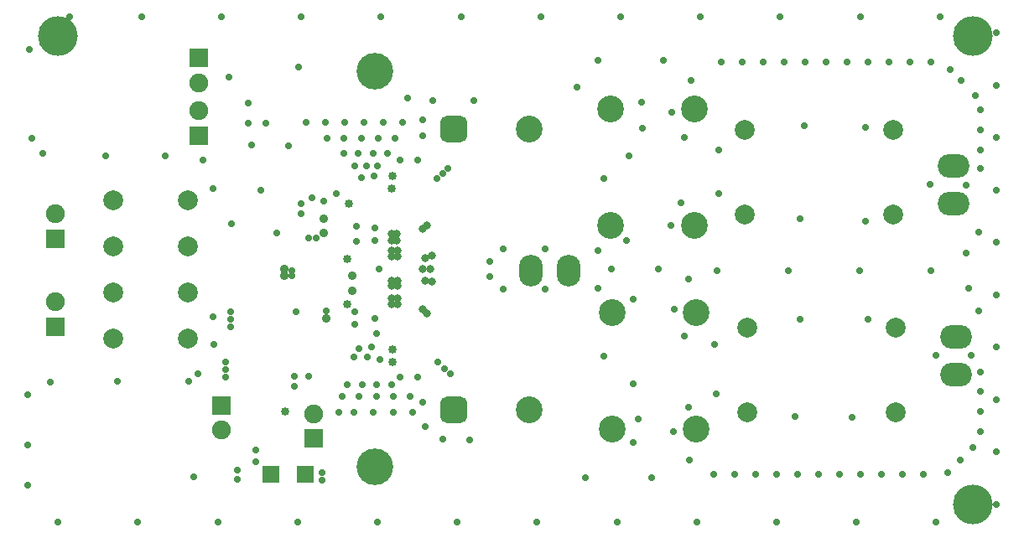
<source format=gbs>
G04*
G04 #@! TF.GenerationSoftware,Altium Limited,Altium Designer,19.1.8 (144)*
G04*
G04 Layer_Color=16711935*
%FSLAX25Y25*%
%MOIN*%
G70*
G01*
G75*
%ADD42C,0.15761*%
%ADD43O,0.12611X0.09461*%
%ADD44C,0.07493*%
%ADD45R,0.07493X0.07493*%
%ADD46C,0.14580*%
%ADD47C,0.03162*%
%ADD48C,0.07887*%
%ADD49O,0.09461X0.12611*%
%ADD50C,0.10642*%
G04:AMPARAMS|DCode=51|XSize=106.42mil|YSize=106.42mil|CornerRadius=28.61mil|HoleSize=0mil|Usage=FLASHONLY|Rotation=270.000|XOffset=0mil|YOffset=0mil|HoleType=Round|Shape=RoundedRectangle|*
%AMROUNDEDRECTD51*
21,1,0.10642,0.04921,0,0,270.0*
21,1,0.04921,0.10642,0,0,270.0*
1,1,0.05721,-0.02461,-0.02461*
1,1,0.05721,-0.02461,0.02461*
1,1,0.05721,0.02461,0.02461*
1,1,0.05721,0.02461,-0.02461*
%
%ADD51ROUNDEDRECTD51*%
%ADD52C,0.02769*%
%ADD53C,0.03556*%
%ADD54C,0.03359*%
%ADD71R,0.06800X0.07099*%
D42*
X380500Y-93500D02*
D03*
Y92520D02*
D03*
X17000D02*
D03*
D43*
X373000Y26000D02*
D03*
Y41000D02*
D03*
X374045Y-42000D02*
D03*
Y-27000D02*
D03*
D44*
X16000Y22000D02*
D03*
Y-13000D02*
D03*
X73000Y74000D02*
D03*
X118500Y-57579D02*
D03*
X82000Y-64000D02*
D03*
X73000Y63000D02*
D03*
D45*
X16000Y12000D02*
D03*
Y-23000D02*
D03*
X73000Y84000D02*
D03*
X118500Y-67421D02*
D03*
X82000Y-54158D02*
D03*
X73000Y53000D02*
D03*
D46*
X143039Y78740D02*
D03*
Y-78740D02*
D03*
D47*
X165000Y0D02*
D03*
X162000D02*
D03*
X165500Y5500D02*
D03*
X163000Y4500D02*
D03*
X152000Y5000D02*
D03*
X149500D02*
D03*
X152000Y7500D02*
D03*
X149500D02*
D03*
X162000Y16000D02*
D03*
X163500Y17500D02*
D03*
X151500Y14000D02*
D03*
X149500D02*
D03*
X151500Y11500D02*
D03*
X149500D02*
D03*
X165500Y-5000D02*
D03*
X163000Y-4500D02*
D03*
X152000Y-6500D02*
D03*
X149500D02*
D03*
X152000Y-4500D02*
D03*
X149500D02*
D03*
X163500Y-17500D02*
D03*
X162000Y-16000D02*
D03*
X152000Y-14000D02*
D03*
X149500D02*
D03*
X152000Y-11500D02*
D03*
X149500D02*
D03*
D48*
X39000Y-27500D02*
D03*
X68528D02*
D03*
X39000Y-9167D02*
D03*
X68528D02*
D03*
X39000Y9167D02*
D03*
X68528D02*
D03*
X39000Y27500D02*
D03*
X68528D02*
D03*
X350027Y-57000D02*
D03*
X290972D02*
D03*
X350027Y-23333D02*
D03*
X290972D02*
D03*
X349027Y21833D02*
D03*
X289972D02*
D03*
X349027Y55500D02*
D03*
X289972D02*
D03*
D49*
X205000Y-500D02*
D03*
X220000D02*
D03*
D50*
X236535Y63728D02*
D03*
X270000D02*
D03*
X236535Y17272D02*
D03*
X270000D02*
D03*
X237268Y-17272D02*
D03*
X270732D02*
D03*
X237268Y-63728D02*
D03*
X270732D02*
D03*
X204111Y55811D02*
D03*
Y-56111D02*
D03*
D51*
X174189Y55811D02*
D03*
Y-56111D02*
D03*
D52*
X88400Y-83500D02*
D03*
Y-80000D02*
D03*
X121900Y-84000D02*
D03*
Y-81000D02*
D03*
X112500Y80500D02*
D03*
X231500Y83000D02*
D03*
X253000Y-83000D02*
D03*
X226500D02*
D03*
X83500Y-37000D02*
D03*
Y-43000D02*
D03*
X128500Y-57000D02*
D03*
X162000Y-53000D02*
D03*
X157800Y-57000D02*
D03*
X136750Y-50500D02*
D03*
X157000D02*
D03*
X150250D02*
D03*
X142400Y-57000D02*
D03*
X143500Y-50500D02*
D03*
X150100Y-57000D02*
D03*
X134700D02*
D03*
X130000Y-50500D02*
D03*
X71000Y-82500D02*
D03*
X132000Y-46000D02*
D03*
X141500Y-31000D02*
D03*
X145000Y-36000D02*
D03*
X136500Y-31500D02*
D03*
X143667Y-46000D02*
D03*
X140000Y-35000D02*
D03*
X149500Y-46000D02*
D03*
X137833D02*
D03*
X134500Y-35000D02*
D03*
X151000Y52000D02*
D03*
X146300Y58500D02*
D03*
X130900D02*
D03*
X144000Y41000D02*
D03*
X137500Y52000D02*
D03*
X138600Y58500D02*
D03*
X130750Y52000D02*
D03*
X124000D02*
D03*
X144250D02*
D03*
X154000Y58500D02*
D03*
X123200D02*
D03*
X142167Y46000D02*
D03*
X130500D02*
D03*
X156000Y68000D02*
D03*
X148000Y46000D02*
D03*
X139500Y41000D02*
D03*
X136333Y46000D02*
D03*
X142500Y37000D02*
D03*
X115500Y58500D02*
D03*
X135000Y41000D02*
D03*
X137500Y36500D02*
D03*
X92500Y66000D02*
D03*
X85000Y76500D02*
D03*
X92500Y58000D02*
D03*
X94000Y49500D02*
D03*
X108500Y49000D02*
D03*
X113500Y22000D02*
D03*
Y26000D02*
D03*
X118000Y28500D02*
D03*
X122500Y27000D02*
D03*
X127500Y30000D02*
D03*
X99500Y58000D02*
D03*
X110000Y-500D02*
D03*
X338000Y56500D02*
D03*
Y19000D02*
D03*
X339000Y-20000D02*
D03*
X332500Y-59000D02*
D03*
X279500Y30000D02*
D03*
Y47500D02*
D03*
X278500Y-49500D02*
D03*
X278000Y-30000D02*
D03*
X21500Y100500D02*
D03*
X69000Y-44500D02*
D03*
X40500D02*
D03*
X14000Y-45000D02*
D03*
X5000Y-70000D02*
D03*
X180500Y-68000D02*
D03*
X170000Y-67500D02*
D03*
X163000Y-62500D02*
D03*
X249364Y56000D02*
D03*
X248864Y66500D02*
D03*
X223364Y72500D02*
D03*
X182364Y67000D02*
D03*
X161864Y53000D02*
D03*
Y59500D02*
D03*
X165864Y67000D02*
D03*
X97500Y31500D02*
D03*
X11000Y46000D02*
D03*
X255500Y0D02*
D03*
X237000D02*
D03*
X268500Y75000D02*
D03*
X261000Y62500D02*
D03*
X266000Y52500D02*
D03*
X264500Y26500D02*
D03*
X260500Y17500D02*
D03*
X267500Y-4000D02*
D03*
X262000Y-16000D02*
D03*
X266000Y-26500D02*
D03*
X267500Y-55000D02*
D03*
X261500Y-64500D02*
D03*
X268000Y-76000D02*
D03*
X245500Y-69000D02*
D03*
X247500Y-59500D02*
D03*
X245500Y-45500D02*
D03*
Y-12000D02*
D03*
X243000Y11500D02*
D03*
X244000Y45000D02*
D03*
X257500Y83000D02*
D03*
X234000Y36000D02*
D03*
Y-34500D02*
D03*
X310000Y-58500D02*
D03*
X312000Y-20000D02*
D03*
Y20000D02*
D03*
X313500Y57000D02*
D03*
X383500Y-41000D02*
D03*
Y-48500D02*
D03*
Y-56500D02*
D03*
Y-64500D02*
D03*
X380500Y-71000D02*
D03*
X375500Y-76000D02*
D03*
X370500Y-81000D02*
D03*
X383500Y40000D02*
D03*
Y47500D02*
D03*
Y55500D02*
D03*
Y63500D02*
D03*
X381500Y69000D02*
D03*
X376000Y75000D02*
D03*
X371500Y79500D02*
D03*
X361000Y-81500D02*
D03*
X352650D02*
D03*
X344300D02*
D03*
X335950D02*
D03*
X277500D02*
D03*
X285850D02*
D03*
X294200D02*
D03*
X302550D02*
D03*
X310900D02*
D03*
X319250D02*
D03*
X327600D02*
D03*
X364000Y82500D02*
D03*
X355650D02*
D03*
X347300D02*
D03*
X338950D02*
D03*
X280500D02*
D03*
X288850D02*
D03*
X297200D02*
D03*
X305550D02*
D03*
X313900D02*
D03*
X322250D02*
D03*
X330600D02*
D03*
X378000Y33333D02*
D03*
X363500Y33833D02*
D03*
X380000Y-34167D02*
D03*
X366000D02*
D03*
X383000Y14833D02*
D03*
Y-16667D02*
D03*
X379000Y-7667D02*
D03*
X378000Y6333D02*
D03*
X390000Y-93500D02*
D03*
Y-72667D02*
D03*
Y-51833D02*
D03*
Y-31000D02*
D03*
Y-10167D02*
D03*
Y31500D02*
D03*
Y10667D02*
D03*
Y52333D02*
D03*
Y73167D02*
D03*
Y94000D02*
D03*
X78500Y32000D02*
D03*
X104000Y14500D02*
D03*
X86000Y18000D02*
D03*
X74500Y43500D02*
D03*
X59500Y45000D02*
D03*
X36000D02*
D03*
X79000Y-30000D02*
D03*
X78500Y-19000D02*
D03*
X72500Y-41500D02*
D03*
X5000Y-86000D02*
D03*
Y-50000D02*
D03*
X6500Y52000D02*
D03*
X5500Y87500D02*
D03*
X17000Y-100500D02*
D03*
X48727D02*
D03*
X80454D02*
D03*
X112182D02*
D03*
X143909D02*
D03*
X175636D02*
D03*
X207364D02*
D03*
X239091D02*
D03*
X270818D02*
D03*
X302545D02*
D03*
X334273D02*
D03*
X366000D02*
D03*
X50227Y100500D02*
D03*
X81954D02*
D03*
X113682D02*
D03*
X145409D02*
D03*
X177136D02*
D03*
X208864D02*
D03*
X240591D02*
D03*
X272318D02*
D03*
X304045D02*
D03*
X335773D02*
D03*
X367500D02*
D03*
X231500Y7500D02*
D03*
Y-7500D02*
D03*
X143000Y11500D02*
D03*
Y16500D02*
D03*
X143500Y-25500D02*
D03*
X143000Y-19500D02*
D03*
X144500Y0D02*
D03*
X364000Y-500D02*
D03*
X335667D02*
D03*
X307333D02*
D03*
X279000D02*
D03*
X210500Y-8000D02*
D03*
Y8000D02*
D03*
X160000Y-43000D02*
D03*
X153000D02*
D03*
X160000Y43500D02*
D03*
X153000D02*
D03*
X188500Y-3000D02*
D03*
Y3000D02*
D03*
X194000Y-8000D02*
D03*
Y8000D02*
D03*
X135500Y11000D02*
D03*
Y17000D02*
D03*
X135000Y-17000D02*
D03*
Y-22000D02*
D03*
X123500Y-16500D02*
D03*
X111500Y-17000D02*
D03*
X119500Y12500D02*
D03*
X116500D02*
D03*
X110000Y-2500D02*
D03*
X173000Y-41500D02*
D03*
X170500Y-39500D02*
D03*
X168000Y-37000D02*
D03*
X170000Y38000D02*
D03*
X172000Y40000D02*
D03*
X167500Y36000D02*
D03*
X95500Y-76500D02*
D03*
Y-72000D02*
D03*
X116500Y-42500D02*
D03*
X111000D02*
D03*
Y-46500D02*
D03*
X85500Y-23000D02*
D03*
Y-20000D02*
D03*
Y-17000D02*
D03*
X83500Y-40000D02*
D03*
D53*
X122500Y14500D02*
D03*
X123500Y-19500D02*
D03*
X122500Y20000D02*
D03*
X134000Y-8500D02*
D03*
Y-2500D02*
D03*
X107000D02*
D03*
Y0D02*
D03*
D54*
X132000Y-14000D02*
D03*
Y4000D02*
D03*
X107250Y-56750D02*
D03*
X132500Y26000D02*
D03*
X150000Y-32000D02*
D03*
X149500Y32000D02*
D03*
X150000Y37000D02*
D03*
Y-37000D02*
D03*
D71*
X101750Y-81500D02*
D03*
X115250D02*
D03*
M02*

</source>
